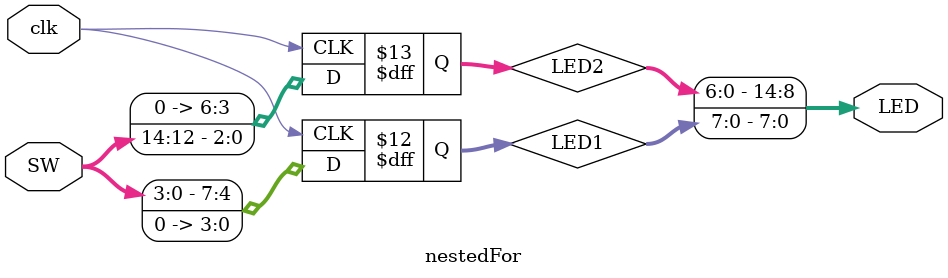
<source format=sv>

module nestedFor(
    input clk,
    input [14:0] SW,
	output [14:0] LED
);

reg [1:0] i;
reg [1:0] j;
reg [7:0] LED1;
reg [6:0] LED2;
assign LED = {LED2,LED1};
always_ff @ (posedge clk) begin
    LED1 = SW[7:0];
    LED2 = SW[14:8];
	for (i = 0; i < 2; i = i + 1) begin
		LED1 = LED1 << 2;
		for (j = 0; j < 2; j = j + 1) LED2 = LED2 >> 1;
	end
end
endmodule
</source>
